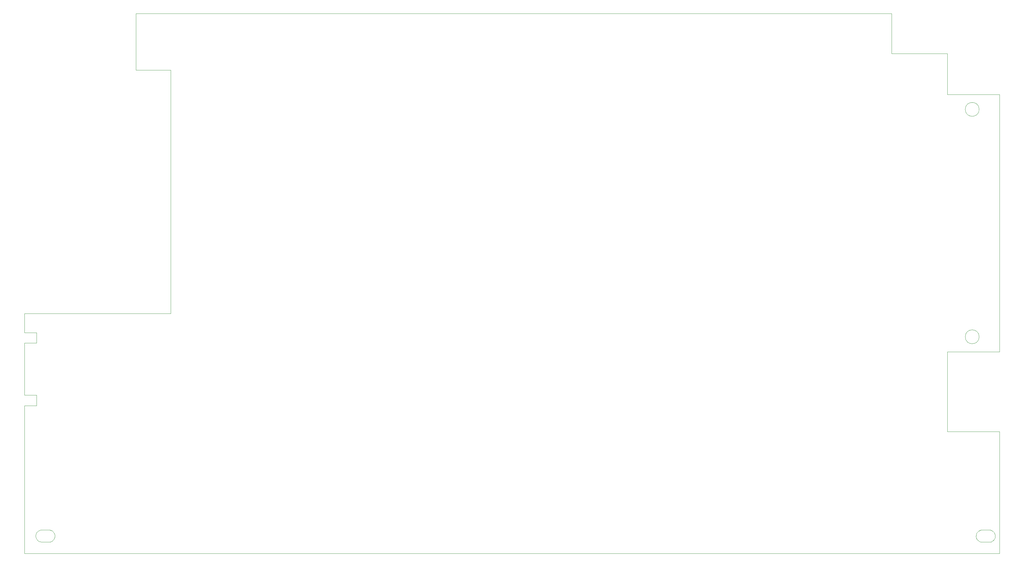
<source format=gbr>
%TF.GenerationSoftware,KiCad,Pcbnew,5.1.5+dfsg1-2build2*%
%TF.CreationDate,2021-09-08T17:23:41-04:00*%
%TF.ProjectId,coco3,636f636f-332e-46b6-9963-61645f706362,1.0.0*%
%TF.SameCoordinates,Original*%
%TF.FileFunction,Profile,NP*%
%FSLAX46Y46*%
G04 Gerber Fmt 4.6, Leading zero omitted, Abs format (unit mm)*
G04 Created by KiCad (PCBNEW 5.1.5+dfsg1-2build2) date 2021-09-08 17:23:41*
%MOMM*%
%LPD*%
G04 APERTURE LIST*
%TA.AperFunction,Profile*%
%ADD10C,0.050000*%
%TD*%
%TA.AperFunction,Profile*%
%ADD11C,0.100000*%
%TD*%
G04 APERTURE END LIST*
D10*
X313950400Y-43871500D02*
G75*
G03X313950400Y-43871500I-2000000J0D01*
G01*
X39801400Y-129074000D02*
X39801400Y-171574000D01*
X43301400Y-129074000D02*
X39801400Y-129074000D01*
X43301400Y-126074000D02*
X43301400Y-129074000D01*
X39801400Y-126074000D02*
X43301400Y-126074000D01*
X39801400Y-111074000D02*
X39801400Y-126074000D01*
X43301400Y-111074000D02*
X39801400Y-111074000D01*
X43301400Y-108074000D02*
X43301400Y-111074000D01*
X39801400Y-108074000D02*
X43301400Y-108074000D01*
X39801400Y-102574000D02*
X39801400Y-108074000D01*
D11*
X47811400Y-165164000D02*
X47941400Y-165264000D01*
X47741400Y-165104000D02*
X47811400Y-165164000D01*
X48131400Y-167664000D02*
X48001400Y-167804000D01*
X48271400Y-167454000D02*
X48131400Y-167664000D01*
X47681400Y-168064000D02*
X47441400Y-168184000D01*
X48001400Y-167804000D02*
X47881400Y-167924000D01*
X47441400Y-168184000D02*
X47271400Y-168244000D01*
X48421400Y-165984000D02*
X48451400Y-166074000D01*
X46961400Y-164824000D02*
X47111400Y-164844000D01*
X47281400Y-164894000D02*
X47451400Y-164954000D01*
X46791400Y-164814000D02*
X46961400Y-164824000D01*
X47451400Y-164954000D02*
X47591400Y-165024000D01*
X47111400Y-168284000D02*
X46941400Y-168304000D01*
X44761400Y-168314000D02*
X44241400Y-168234000D01*
X48511400Y-166414000D02*
X48521400Y-166604000D01*
X44751400Y-164814000D02*
X46791400Y-164814000D01*
X43111400Y-167124000D02*
X43031400Y-166684000D01*
X48221400Y-165584000D02*
X48341400Y-165794000D01*
X48461400Y-167004000D02*
X48391400Y-167244000D01*
X48391400Y-167244000D02*
X48271400Y-167454000D01*
X48491400Y-166874000D02*
X48461400Y-167004000D01*
X48141400Y-165474000D02*
X48221400Y-165584000D01*
X44241400Y-168234000D02*
X43801400Y-168024000D01*
X46941400Y-168304000D02*
X46771400Y-168314000D01*
X47111400Y-164844000D02*
X47281400Y-164894000D01*
X47591400Y-165024000D02*
X47741400Y-165104000D01*
X44081400Y-164954000D02*
X44241400Y-164894000D01*
X48451400Y-166074000D02*
X48481400Y-166184000D01*
X43031400Y-166684000D02*
X43041400Y-166324000D01*
X47881400Y-167924000D02*
X47681400Y-168064000D01*
X43481400Y-165384000D02*
X43711400Y-165164000D01*
X43331400Y-167564000D02*
X43111400Y-167124000D01*
X43041400Y-166324000D02*
X43201400Y-165764000D01*
X47271400Y-168244000D02*
X47111400Y-168284000D01*
X48481400Y-166184000D02*
X48511400Y-166414000D01*
X46771400Y-168314000D02*
X44761400Y-168314000D01*
X48521400Y-166604000D02*
X48491400Y-166874000D01*
X44471400Y-164834000D02*
X44751400Y-164814000D01*
X44241400Y-164894000D02*
X44471400Y-164834000D01*
X47941400Y-165264000D02*
X48141400Y-165474000D01*
X43201400Y-165764000D02*
X43481400Y-165384000D01*
X43801400Y-168024000D02*
X43331400Y-167564000D01*
X48341400Y-165794000D02*
X48421400Y-165984000D01*
X43711400Y-165164000D02*
X44081400Y-164954000D01*
X316821400Y-164824000D02*
X316991400Y-164834000D01*
X314781400Y-164824000D02*
X316821400Y-164824000D01*
X314501400Y-164844000D02*
X314781400Y-164824000D01*
X314271400Y-164904000D02*
X314501400Y-164844000D01*
X314111400Y-164964000D02*
X314271400Y-164904000D01*
X313741400Y-165174000D02*
X314111400Y-164964000D01*
X313511400Y-165394000D02*
X313741400Y-165174000D01*
X313231400Y-165774000D02*
X313511400Y-165394000D01*
X313071400Y-166334000D02*
X313231400Y-165774000D01*
X313061400Y-166694000D02*
X313071400Y-166334000D01*
X313141400Y-167134000D02*
X313061400Y-166694000D01*
X313361400Y-167574000D02*
X313141400Y-167134000D01*
X313831400Y-168034000D02*
X313361400Y-167574000D01*
X314271400Y-168244000D02*
X313831400Y-168034000D01*
X314791400Y-168324000D02*
X314271400Y-168244000D01*
X316801400Y-168324000D02*
X314791400Y-168324000D01*
X316971400Y-168314000D02*
X316801400Y-168324000D01*
X317141400Y-168294000D02*
X316971400Y-168314000D01*
X317301400Y-168254000D02*
X317141400Y-168294000D01*
X317471400Y-168194000D02*
X317301400Y-168254000D01*
X317711400Y-168074000D02*
X317471400Y-168194000D01*
X317911400Y-167934000D02*
X317711400Y-168074000D01*
X318031400Y-167814000D02*
X317911400Y-167934000D01*
X318161400Y-167674000D02*
X318031400Y-167814000D01*
X318301400Y-167464000D02*
X318161400Y-167674000D01*
X318421400Y-167254000D02*
X318301400Y-167464000D01*
X318491400Y-167014000D02*
X318421400Y-167254000D01*
X318521400Y-166884000D02*
X318491400Y-167014000D01*
X318551400Y-166614000D02*
X318521400Y-166884000D01*
X318541400Y-166424000D02*
X318551400Y-166614000D01*
X318511400Y-166194000D02*
X318541400Y-166424000D01*
X318481400Y-166084000D02*
X318511400Y-166194000D01*
X318451400Y-165994000D02*
X318481400Y-166084000D01*
X318371400Y-165804000D02*
X318451400Y-165994000D01*
X318251400Y-165594000D02*
X318371400Y-165804000D01*
X318171400Y-165484000D02*
X318251400Y-165594000D01*
X317971400Y-165274000D02*
X318171400Y-165484000D01*
X317841400Y-165174000D02*
X317971400Y-165274000D01*
X317771400Y-165114000D02*
X317841400Y-165174000D01*
X317621400Y-165034000D02*
X317771400Y-165114000D01*
X317481400Y-164964000D02*
X317621400Y-165034000D01*
X317311400Y-164904000D02*
X317481400Y-164964000D01*
X317141400Y-164854000D02*
X317311400Y-164904000D01*
X316991400Y-164834000D02*
X317141400Y-164854000D01*
D10*
X313950400Y-109276500D02*
G75*
G03X313950400Y-109276500I-2000000J0D01*
G01*
X319801400Y-171574000D02*
X319801400Y-136574000D01*
X304801400Y-136574000D02*
X319801400Y-136574000D01*
X304801400Y-113574000D02*
X319801400Y-113574000D01*
X304801400Y-113574000D02*
X304801400Y-136574000D01*
X319801400Y-39574000D02*
X319801400Y-113574000D01*
X304801400Y-39574000D02*
X319801400Y-39574000D01*
X304801400Y-27814000D02*
X304801400Y-39574000D01*
X288801400Y-27814000D02*
X304801400Y-27814000D01*
X288801400Y-16314000D02*
X288801400Y-27814000D01*
X71801400Y-16314000D02*
X288801400Y-16314000D01*
X71801400Y-32564000D02*
X71801400Y-16314000D01*
X81801400Y-32564000D02*
X71801400Y-32564000D01*
X81801400Y-102564000D02*
X81801400Y-32564000D01*
X39801400Y-102574000D02*
X81801400Y-102564000D01*
X319801400Y-171574000D02*
X39801400Y-171574000D01*
M02*

</source>
